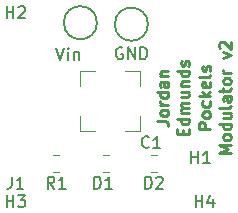
<source format=gbr>
%TF.GenerationSoftware,KiCad,Pcbnew,(5.1.6-0-10_14)*%
%TF.CreationDate,2022-03-24T08:42:33-07:00*%
%TF.ProjectId,pockels_modulator_pcb,706f636b-656c-4735-9f6d-6f64756c6174,rev?*%
%TF.SameCoordinates,Original*%
%TF.FileFunction,Legend,Top*%
%TF.FilePolarity,Positive*%
%FSLAX46Y46*%
G04 Gerber Fmt 4.6, Leading zero omitted, Abs format (unit mm)*
G04 Created by KiCad (PCBNEW (5.1.6-0-10_14)) date 2022-03-24 08:42:33*
%MOMM*%
%LPD*%
G01*
G04 APERTURE LIST*
%ADD10C,0.250000*%
%ADD11C,0.120000*%
%ADD12C,0.150000*%
G04 APERTURE END LIST*
D10*
X203936380Y-101671190D02*
X204650666Y-101671190D01*
X204793523Y-101718809D01*
X204888761Y-101814047D01*
X204936380Y-101956904D01*
X204936380Y-102052142D01*
X204936380Y-101052142D02*
X204888761Y-101147380D01*
X204841142Y-101195000D01*
X204745904Y-101242619D01*
X204460190Y-101242619D01*
X204364952Y-101195000D01*
X204317333Y-101147380D01*
X204269714Y-101052142D01*
X204269714Y-100909285D01*
X204317333Y-100814047D01*
X204364952Y-100766428D01*
X204460190Y-100718809D01*
X204745904Y-100718809D01*
X204841142Y-100766428D01*
X204888761Y-100814047D01*
X204936380Y-100909285D01*
X204936380Y-101052142D01*
X204936380Y-100290238D02*
X204269714Y-100290238D01*
X204460190Y-100290238D02*
X204364952Y-100242619D01*
X204317333Y-100195000D01*
X204269714Y-100099761D01*
X204269714Y-100004523D01*
X204936380Y-99242619D02*
X203936380Y-99242619D01*
X204888761Y-99242619D02*
X204936380Y-99337857D01*
X204936380Y-99528333D01*
X204888761Y-99623571D01*
X204841142Y-99671190D01*
X204745904Y-99718809D01*
X204460190Y-99718809D01*
X204364952Y-99671190D01*
X204317333Y-99623571D01*
X204269714Y-99528333D01*
X204269714Y-99337857D01*
X204317333Y-99242619D01*
X204936380Y-98337857D02*
X204412571Y-98337857D01*
X204317333Y-98385476D01*
X204269714Y-98480714D01*
X204269714Y-98671190D01*
X204317333Y-98766428D01*
X204888761Y-98337857D02*
X204936380Y-98433095D01*
X204936380Y-98671190D01*
X204888761Y-98766428D01*
X204793523Y-98814047D01*
X204698285Y-98814047D01*
X204603047Y-98766428D01*
X204555428Y-98671190D01*
X204555428Y-98433095D01*
X204507809Y-98337857D01*
X204269714Y-97861666D02*
X204936380Y-97861666D01*
X204364952Y-97861666D02*
X204317333Y-97814047D01*
X204269714Y-97718809D01*
X204269714Y-97575952D01*
X204317333Y-97480714D01*
X204412571Y-97433095D01*
X204936380Y-97433095D01*
X206162571Y-102790238D02*
X206162571Y-102456904D01*
X206686380Y-102314047D02*
X206686380Y-102790238D01*
X205686380Y-102790238D01*
X205686380Y-102314047D01*
X206686380Y-101456904D02*
X205686380Y-101456904D01*
X206638761Y-101456904D02*
X206686380Y-101552142D01*
X206686380Y-101742619D01*
X206638761Y-101837857D01*
X206591142Y-101885476D01*
X206495904Y-101933095D01*
X206210190Y-101933095D01*
X206114952Y-101885476D01*
X206067333Y-101837857D01*
X206019714Y-101742619D01*
X206019714Y-101552142D01*
X206067333Y-101456904D01*
X206686380Y-100980714D02*
X206019714Y-100980714D01*
X206114952Y-100980714D02*
X206067333Y-100933095D01*
X206019714Y-100837857D01*
X206019714Y-100695000D01*
X206067333Y-100599761D01*
X206162571Y-100552142D01*
X206686380Y-100552142D01*
X206162571Y-100552142D02*
X206067333Y-100504523D01*
X206019714Y-100409285D01*
X206019714Y-100266428D01*
X206067333Y-100171190D01*
X206162571Y-100123571D01*
X206686380Y-100123571D01*
X206019714Y-99218809D02*
X206686380Y-99218809D01*
X206019714Y-99647380D02*
X206543523Y-99647380D01*
X206638761Y-99599761D01*
X206686380Y-99504523D01*
X206686380Y-99361666D01*
X206638761Y-99266428D01*
X206591142Y-99218809D01*
X206019714Y-98742619D02*
X206686380Y-98742619D01*
X206114952Y-98742619D02*
X206067333Y-98695000D01*
X206019714Y-98599761D01*
X206019714Y-98456904D01*
X206067333Y-98361666D01*
X206162571Y-98314047D01*
X206686380Y-98314047D01*
X206686380Y-97409285D02*
X205686380Y-97409285D01*
X206638761Y-97409285D02*
X206686380Y-97504523D01*
X206686380Y-97695000D01*
X206638761Y-97790238D01*
X206591142Y-97837857D01*
X206495904Y-97885476D01*
X206210190Y-97885476D01*
X206114952Y-97837857D01*
X206067333Y-97790238D01*
X206019714Y-97695000D01*
X206019714Y-97504523D01*
X206067333Y-97409285D01*
X206638761Y-96980714D02*
X206686380Y-96885476D01*
X206686380Y-96695000D01*
X206638761Y-96599761D01*
X206543523Y-96552142D01*
X206495904Y-96552142D01*
X206400666Y-96599761D01*
X206353047Y-96695000D01*
X206353047Y-96837857D01*
X206305428Y-96933095D01*
X206210190Y-96980714D01*
X206162571Y-96980714D01*
X206067333Y-96933095D01*
X206019714Y-96837857D01*
X206019714Y-96695000D01*
X206067333Y-96599761D01*
X208492380Y-102337857D02*
X207492380Y-102337857D01*
X207492380Y-101956904D01*
X207540000Y-101861666D01*
X207587619Y-101814047D01*
X207682857Y-101766428D01*
X207825714Y-101766428D01*
X207920952Y-101814047D01*
X207968571Y-101861666D01*
X208016190Y-101956904D01*
X208016190Y-102337857D01*
X208492380Y-101195000D02*
X208444761Y-101290238D01*
X208397142Y-101337857D01*
X208301904Y-101385476D01*
X208016190Y-101385476D01*
X207920952Y-101337857D01*
X207873333Y-101290238D01*
X207825714Y-101195000D01*
X207825714Y-101052142D01*
X207873333Y-100956904D01*
X207920952Y-100909285D01*
X208016190Y-100861666D01*
X208301904Y-100861666D01*
X208397142Y-100909285D01*
X208444761Y-100956904D01*
X208492380Y-101052142D01*
X208492380Y-101195000D01*
X208444761Y-100004523D02*
X208492380Y-100099761D01*
X208492380Y-100290238D01*
X208444761Y-100385476D01*
X208397142Y-100433095D01*
X208301904Y-100480714D01*
X208016190Y-100480714D01*
X207920952Y-100433095D01*
X207873333Y-100385476D01*
X207825714Y-100290238D01*
X207825714Y-100099761D01*
X207873333Y-100004523D01*
X208492380Y-99575952D02*
X207492380Y-99575952D01*
X208111428Y-99480714D02*
X208492380Y-99195000D01*
X207825714Y-99195000D02*
X208206666Y-99575952D01*
X208444761Y-98385476D02*
X208492380Y-98480714D01*
X208492380Y-98671190D01*
X208444761Y-98766428D01*
X208349523Y-98814047D01*
X207968571Y-98814047D01*
X207873333Y-98766428D01*
X207825714Y-98671190D01*
X207825714Y-98480714D01*
X207873333Y-98385476D01*
X207968571Y-98337857D01*
X208063809Y-98337857D01*
X208159047Y-98814047D01*
X208492380Y-97766428D02*
X208444761Y-97861666D01*
X208349523Y-97909285D01*
X207492380Y-97909285D01*
X208444761Y-97433095D02*
X208492380Y-97337857D01*
X208492380Y-97147380D01*
X208444761Y-97052142D01*
X208349523Y-97004523D01*
X208301904Y-97004523D01*
X208206666Y-97052142D01*
X208159047Y-97147380D01*
X208159047Y-97290238D01*
X208111428Y-97385476D01*
X208016190Y-97433095D01*
X207968571Y-97433095D01*
X207873333Y-97385476D01*
X207825714Y-97290238D01*
X207825714Y-97147380D01*
X207873333Y-97052142D01*
X210242380Y-104385476D02*
X209242380Y-104385476D01*
X209956666Y-104052142D01*
X209242380Y-103718809D01*
X210242380Y-103718809D01*
X210242380Y-103099761D02*
X210194761Y-103195000D01*
X210147142Y-103242619D01*
X210051904Y-103290238D01*
X209766190Y-103290238D01*
X209670952Y-103242619D01*
X209623333Y-103195000D01*
X209575714Y-103099761D01*
X209575714Y-102956904D01*
X209623333Y-102861666D01*
X209670952Y-102814047D01*
X209766190Y-102766428D01*
X210051904Y-102766428D01*
X210147142Y-102814047D01*
X210194761Y-102861666D01*
X210242380Y-102956904D01*
X210242380Y-103099761D01*
X210242380Y-101909285D02*
X209242380Y-101909285D01*
X210194761Y-101909285D02*
X210242380Y-102004523D01*
X210242380Y-102195000D01*
X210194761Y-102290238D01*
X210147142Y-102337857D01*
X210051904Y-102385476D01*
X209766190Y-102385476D01*
X209670952Y-102337857D01*
X209623333Y-102290238D01*
X209575714Y-102195000D01*
X209575714Y-102004523D01*
X209623333Y-101909285D01*
X209575714Y-101004523D02*
X210242380Y-101004523D01*
X209575714Y-101433095D02*
X210099523Y-101433095D01*
X210194761Y-101385476D01*
X210242380Y-101290238D01*
X210242380Y-101147380D01*
X210194761Y-101052142D01*
X210147142Y-101004523D01*
X210242380Y-100385476D02*
X210194761Y-100480714D01*
X210099523Y-100528333D01*
X209242380Y-100528333D01*
X210242380Y-99575952D02*
X209718571Y-99575952D01*
X209623333Y-99623571D01*
X209575714Y-99718809D01*
X209575714Y-99909285D01*
X209623333Y-100004523D01*
X210194761Y-99575952D02*
X210242380Y-99671190D01*
X210242380Y-99909285D01*
X210194761Y-100004523D01*
X210099523Y-100052142D01*
X210004285Y-100052142D01*
X209909047Y-100004523D01*
X209861428Y-99909285D01*
X209861428Y-99671190D01*
X209813809Y-99575952D01*
X209575714Y-99242619D02*
X209575714Y-98861666D01*
X209242380Y-99099761D02*
X210099523Y-99099761D01*
X210194761Y-99052142D01*
X210242380Y-98956904D01*
X210242380Y-98861666D01*
X210242380Y-98385476D02*
X210194761Y-98480714D01*
X210147142Y-98528333D01*
X210051904Y-98575952D01*
X209766190Y-98575952D01*
X209670952Y-98528333D01*
X209623333Y-98480714D01*
X209575714Y-98385476D01*
X209575714Y-98242619D01*
X209623333Y-98147380D01*
X209670952Y-98099761D01*
X209766190Y-98052142D01*
X210051904Y-98052142D01*
X210147142Y-98099761D01*
X210194761Y-98147380D01*
X210242380Y-98242619D01*
X210242380Y-98385476D01*
X210242380Y-97623571D02*
X209575714Y-97623571D01*
X209766190Y-97623571D02*
X209670952Y-97575952D01*
X209623333Y-97528333D01*
X209575714Y-97433095D01*
X209575714Y-97337857D01*
X209575714Y-96337857D02*
X210242380Y-96099761D01*
X209575714Y-95861666D01*
X209337619Y-95528333D02*
X209290000Y-95480714D01*
X209242380Y-95385476D01*
X209242380Y-95147380D01*
X209290000Y-95052142D01*
X209337619Y-95004523D01*
X209432857Y-94956904D01*
X209528095Y-94956904D01*
X209670952Y-95004523D01*
X210242380Y-95575952D01*
X210242380Y-94956904D01*
D11*
%TO.C,R1*%
X195714252Y-104573000D02*
X195191748Y-104573000D01*
X195714252Y-105993000D02*
X195191748Y-105993000D01*
%TO.C,C1*%
X197460000Y-97460000D02*
X198730000Y-97460000D01*
X197460000Y-97460000D02*
X197460000Y-98730000D01*
X202540000Y-97460000D02*
X201270000Y-97460000D01*
X202540000Y-97460000D02*
X202540000Y-98730000D01*
X197460000Y-101270000D02*
X197460000Y-102540000D01*
X197460000Y-102540000D02*
X198730000Y-102540000D01*
X197460000Y-102540000D02*
X197460000Y-101270000D01*
X202540000Y-102540000D02*
X202540000Y-101270000D01*
X202540000Y-102540000D02*
X201270000Y-102540000D01*
D12*
%TO.C,TP2*%
X203203000Y-93472000D02*
G75*
G03*
X203203000Y-93472000I-1400000J0D01*
G01*
%TO.C,TP1*%
X198885000Y-93345000D02*
G75*
G03*
X198885000Y-93345000I-1400000J0D01*
G01*
D11*
%TO.C,D2*%
X203960252Y-104573000D02*
X203437748Y-104573000D01*
X203960252Y-105993000D02*
X203437748Y-105993000D01*
%TO.C,D1*%
X199373748Y-105993000D02*
X199896252Y-105993000D01*
X199373748Y-104573000D02*
X199896252Y-104573000D01*
%TO.C,H4*%
D12*
X207238095Y-108952380D02*
X207238095Y-107952380D01*
X207238095Y-108428571D02*
X207809523Y-108428571D01*
X207809523Y-108952380D02*
X207809523Y-107952380D01*
X208714285Y-108285714D02*
X208714285Y-108952380D01*
X208476190Y-107904761D02*
X208238095Y-108619047D01*
X208857142Y-108619047D01*
%TO.C,H1*%
X206883095Y-105227380D02*
X206883095Y-104227380D01*
X206883095Y-104703571D02*
X207454523Y-104703571D01*
X207454523Y-105227380D02*
X207454523Y-104227380D01*
X208454523Y-105227380D02*
X207883095Y-105227380D01*
X208168809Y-105227380D02*
X208168809Y-104227380D01*
X208073571Y-104370238D01*
X207978333Y-104465476D01*
X207883095Y-104513095D01*
%TO.C,J1*%
X191656666Y-106401380D02*
X191656666Y-107115666D01*
X191609047Y-107258523D01*
X191513809Y-107353761D01*
X191370952Y-107401380D01*
X191275714Y-107401380D01*
X192656666Y-107401380D02*
X192085238Y-107401380D01*
X192370952Y-107401380D02*
X192370952Y-106401380D01*
X192275714Y-106544238D01*
X192180476Y-106639476D01*
X192085238Y-106687095D01*
%TO.C,R1*%
X195286333Y-107385380D02*
X194953000Y-106909190D01*
X194714904Y-107385380D02*
X194714904Y-106385380D01*
X195095857Y-106385380D01*
X195191095Y-106433000D01*
X195238714Y-106480619D01*
X195286333Y-106575857D01*
X195286333Y-106718714D01*
X195238714Y-106813952D01*
X195191095Y-106861571D01*
X195095857Y-106909190D01*
X194714904Y-106909190D01*
X196238714Y-107385380D02*
X195667285Y-107385380D01*
X195953000Y-107385380D02*
X195953000Y-106385380D01*
X195857761Y-106528238D01*
X195762523Y-106623476D01*
X195667285Y-106671095D01*
%TO.C,C1*%
X203287333Y-103862142D02*
X203239714Y-103909761D01*
X203096857Y-103957380D01*
X203001619Y-103957380D01*
X202858761Y-103909761D01*
X202763523Y-103814523D01*
X202715904Y-103719285D01*
X202668285Y-103528809D01*
X202668285Y-103385952D01*
X202715904Y-103195476D01*
X202763523Y-103100238D01*
X202858761Y-103005000D01*
X203001619Y-102957380D01*
X203096857Y-102957380D01*
X203239714Y-103005000D01*
X203287333Y-103052619D01*
X204239714Y-103957380D02*
X203668285Y-103957380D01*
X203954000Y-103957380D02*
X203954000Y-102957380D01*
X203858761Y-103100238D01*
X203763523Y-103195476D01*
X203668285Y-103243095D01*
%TO.C,H3*%
X191238095Y-108952380D02*
X191238095Y-107952380D01*
X191238095Y-108428571D02*
X191809523Y-108428571D01*
X191809523Y-108952380D02*
X191809523Y-107952380D01*
X192190476Y-107952380D02*
X192809523Y-107952380D01*
X192476190Y-108333333D01*
X192619047Y-108333333D01*
X192714285Y-108380952D01*
X192761904Y-108428571D01*
X192809523Y-108523809D01*
X192809523Y-108761904D01*
X192761904Y-108857142D01*
X192714285Y-108904761D01*
X192619047Y-108952380D01*
X192333333Y-108952380D01*
X192238095Y-108904761D01*
X192190476Y-108857142D01*
%TO.C,H2*%
X191238095Y-92952380D02*
X191238095Y-91952380D01*
X191238095Y-92428571D02*
X191809523Y-92428571D01*
X191809523Y-92952380D02*
X191809523Y-91952380D01*
X192238095Y-92047619D02*
X192285714Y-92000000D01*
X192380952Y-91952380D01*
X192619047Y-91952380D01*
X192714285Y-92000000D01*
X192761904Y-92047619D01*
X192809523Y-92142857D01*
X192809523Y-92238095D01*
X192761904Y-92380952D01*
X192190476Y-92952380D01*
X192809523Y-92952380D01*
%TO.C,TP2*%
X201041095Y-95472000D02*
X200945857Y-95424380D01*
X200803000Y-95424380D01*
X200660142Y-95472000D01*
X200564904Y-95567238D01*
X200517285Y-95662476D01*
X200469666Y-95852952D01*
X200469666Y-95995809D01*
X200517285Y-96186285D01*
X200564904Y-96281523D01*
X200660142Y-96376761D01*
X200803000Y-96424380D01*
X200898238Y-96424380D01*
X201041095Y-96376761D01*
X201088714Y-96329142D01*
X201088714Y-95995809D01*
X200898238Y-95995809D01*
X201517285Y-96424380D02*
X201517285Y-95424380D01*
X202088714Y-96424380D01*
X202088714Y-95424380D01*
X202564904Y-96424380D02*
X202564904Y-95424380D01*
X202803000Y-95424380D01*
X202945857Y-95472000D01*
X203041095Y-95567238D01*
X203088714Y-95662476D01*
X203136333Y-95852952D01*
X203136333Y-95995809D01*
X203088714Y-96186285D01*
X203041095Y-96281523D01*
X202945857Y-96376761D01*
X202803000Y-96424380D01*
X202564904Y-96424380D01*
%TO.C,TP1*%
X195445190Y-95464380D02*
X195778523Y-96464380D01*
X196111857Y-95464380D01*
X196445190Y-96464380D02*
X196445190Y-95797714D01*
X196445190Y-95464380D02*
X196397571Y-95512000D01*
X196445190Y-95559619D01*
X196492809Y-95512000D01*
X196445190Y-95464380D01*
X196445190Y-95559619D01*
X196921380Y-95797714D02*
X196921380Y-96464380D01*
X196921380Y-95892952D02*
X196969000Y-95845333D01*
X197064238Y-95797714D01*
X197207095Y-95797714D01*
X197302333Y-95845333D01*
X197349952Y-95940571D01*
X197349952Y-96464380D01*
%TO.C,D2*%
X202960904Y-107385380D02*
X202960904Y-106385380D01*
X203199000Y-106385380D01*
X203341857Y-106433000D01*
X203437095Y-106528238D01*
X203484714Y-106623476D01*
X203532333Y-106813952D01*
X203532333Y-106956809D01*
X203484714Y-107147285D01*
X203437095Y-107242523D01*
X203341857Y-107337761D01*
X203199000Y-107385380D01*
X202960904Y-107385380D01*
X203913285Y-106480619D02*
X203960904Y-106433000D01*
X204056142Y-106385380D01*
X204294238Y-106385380D01*
X204389476Y-106433000D01*
X204437095Y-106480619D01*
X204484714Y-106575857D01*
X204484714Y-106671095D01*
X204437095Y-106813952D01*
X203865666Y-107385380D01*
X204484714Y-107385380D01*
%TO.C,D1*%
X198651904Y-107386380D02*
X198651904Y-106386380D01*
X198890000Y-106386380D01*
X199032857Y-106434000D01*
X199128095Y-106529238D01*
X199175714Y-106624476D01*
X199223333Y-106814952D01*
X199223333Y-106957809D01*
X199175714Y-107148285D01*
X199128095Y-107243523D01*
X199032857Y-107338761D01*
X198890000Y-107386380D01*
X198651904Y-107386380D01*
X200175714Y-107386380D02*
X199604285Y-107386380D01*
X199890000Y-107386380D02*
X199890000Y-106386380D01*
X199794761Y-106529238D01*
X199699523Y-106624476D01*
X199604285Y-106672095D01*
%TD*%
M02*

</source>
